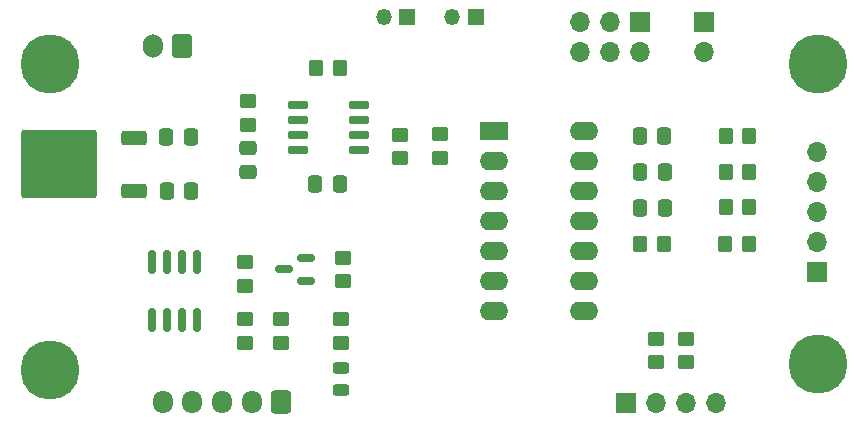
<source format=gbr>
%TF.GenerationSoftware,KiCad,Pcbnew,8.0.1*%
%TF.CreationDate,2024-10-12T16:06:53+02:00*%
%TF.ProjectId,SMD-Loetstation,534d442d-4c6f-4657-9473-746174696f6e,rev?*%
%TF.SameCoordinates,Original*%
%TF.FileFunction,Soldermask,Top*%
%TF.FilePolarity,Negative*%
%FSLAX46Y46*%
G04 Gerber Fmt 4.6, Leading zero omitted, Abs format (unit mm)*
G04 Created by KiCad (PCBNEW 8.0.1) date 2024-10-12 16:06:53*
%MOMM*%
%LPD*%
G01*
G04 APERTURE LIST*
G04 Aperture macros list*
%AMRoundRect*
0 Rectangle with rounded corners*
0 $1 Rounding radius*
0 $2 $3 $4 $5 $6 $7 $8 $9 X,Y pos of 4 corners*
0 Add a 4 corners polygon primitive as box body*
4,1,4,$2,$3,$4,$5,$6,$7,$8,$9,$2,$3,0*
0 Add four circle primitives for the rounded corners*
1,1,$1+$1,$2,$3*
1,1,$1+$1,$4,$5*
1,1,$1+$1,$6,$7*
1,1,$1+$1,$8,$9*
0 Add four rect primitives between the rounded corners*
20,1,$1+$1,$2,$3,$4,$5,0*
20,1,$1+$1,$4,$5,$6,$7,0*
20,1,$1+$1,$6,$7,$8,$9,0*
20,1,$1+$1,$8,$9,$2,$3,0*%
G04 Aperture macros list end*
%ADD10RoundRect,0.250000X0.450000X-0.350000X0.450000X0.350000X-0.450000X0.350000X-0.450000X-0.350000X0*%
%ADD11RoundRect,0.250000X0.337500X0.475000X-0.337500X0.475000X-0.337500X-0.475000X0.337500X-0.475000X0*%
%ADD12RoundRect,0.250000X-0.450000X0.350000X-0.450000X-0.350000X0.450000X-0.350000X0.450000X0.350000X0*%
%ADD13RoundRect,0.250000X-0.350000X-0.450000X0.350000X-0.450000X0.350000X0.450000X-0.350000X0.450000X0*%
%ADD14RoundRect,0.250000X-0.337500X-0.475000X0.337500X-0.475000X0.337500X0.475000X-0.337500X0.475000X0*%
%ADD15C,5.000000*%
%ADD16R,1.700000X1.700000*%
%ADD17O,1.700000X1.700000*%
%ADD18RoundRect,0.150000X0.587500X0.150000X-0.587500X0.150000X-0.587500X-0.150000X0.587500X-0.150000X0*%
%ADD19R,1.350000X1.350000*%
%ADD20O,1.350000X1.350000*%
%ADD21RoundRect,0.250000X0.850000X0.350000X-0.850000X0.350000X-0.850000X-0.350000X0.850000X-0.350000X0*%
%ADD22RoundRect,0.249997X2.950003X2.650003X-2.950003X2.650003X-2.950003X-2.650003X2.950003X-2.650003X0*%
%ADD23RoundRect,0.150000X0.150000X-0.825000X0.150000X0.825000X-0.150000X0.825000X-0.150000X-0.825000X0*%
%ADD24RoundRect,0.250000X0.600000X0.750000X-0.600000X0.750000X-0.600000X-0.750000X0.600000X-0.750000X0*%
%ADD25O,1.700000X2.000000*%
%ADD26R,2.400000X1.600000*%
%ADD27O,2.400000X1.600000*%
%ADD28RoundRect,0.250000X-0.475000X0.337500X-0.475000X-0.337500X0.475000X-0.337500X0.475000X0.337500X0*%
%ADD29RoundRect,0.150000X-0.725000X-0.150000X0.725000X-0.150000X0.725000X0.150000X-0.725000X0.150000X0*%
%ADD30RoundRect,0.250000X0.350000X0.450000X-0.350000X0.450000X-0.350000X-0.450000X0.350000X-0.450000X0*%
%ADD31RoundRect,0.243750X0.456250X-0.243750X0.456250X0.243750X-0.456250X0.243750X-0.456250X-0.243750X0*%
%ADD32RoundRect,0.250000X0.600000X0.725000X-0.600000X0.725000X-0.600000X-0.725000X0.600000X-0.725000X0*%
%ADD33O,1.700000X1.950000*%
G04 APERTURE END LIST*
D10*
%TO.C,R12*%
X137668000Y-86709000D03*
X137668000Y-84709000D03*
%TD*%
D11*
%TO.C,C3*%
X129159000Y-88911000D03*
X127084000Y-88911000D03*
%TD*%
D12*
%TO.C,R3*%
X124206000Y-100327000D03*
X124206000Y-102327000D03*
%TD*%
D13*
%TO.C,R10*%
X161830000Y-87858600D03*
X163830000Y-87858600D03*
%TD*%
D14*
%TO.C,C5*%
X154602000Y-90894000D03*
X156677000Y-90894000D03*
%TD*%
D15*
%TO.C,H1*%
X104648000Y-78740000D03*
%TD*%
D12*
%TO.C,R18*%
X134239000Y-84720000D03*
X134239000Y-86720000D03*
%TD*%
D16*
%TO.C,J2*%
X153416000Y-107416600D03*
D17*
X155956000Y-107416600D03*
X158496000Y-107416600D03*
X161036000Y-107416600D03*
%TD*%
D12*
%TO.C,R4*%
X121158000Y-95536000D03*
X121158000Y-97536000D03*
%TD*%
D10*
%TO.C,R5*%
X129413000Y-97136000D03*
X129413000Y-95136000D03*
%TD*%
D18*
%TO.C,Q2*%
X126335000Y-97086000D03*
X126335000Y-95186000D03*
X124460000Y-96136000D03*
%TD*%
D12*
%TO.C,R19*%
X121158000Y-100359000D03*
X121158000Y-102359000D03*
%TD*%
D16*
%TO.C,J8*%
X160020000Y-75184000D03*
D17*
X160020000Y-77724000D03*
%TD*%
D19*
%TO.C,J4*%
X140684000Y-74803000D03*
D20*
X138684000Y-74803000D03*
%TD*%
D15*
%TO.C,H3*%
X104648000Y-104648000D03*
%TD*%
D16*
%TO.C,J7*%
X154559000Y-75184000D03*
D17*
X154559000Y-77724000D03*
X152019000Y-75184000D03*
X152019000Y-77724000D03*
X149479000Y-75184000D03*
X149479000Y-77724000D03*
%TD*%
D21*
%TO.C,U1*%
X111727000Y-89528000D03*
D22*
X105427000Y-87248000D03*
D21*
X111727000Y-84968000D03*
%TD*%
D23*
%TO.C,Q1*%
X113284000Y-100454000D03*
X114554000Y-100454000D03*
X115824000Y-100454000D03*
X117094000Y-100454000D03*
X117094000Y-95504000D03*
X115824000Y-95504000D03*
X114554000Y-95504000D03*
X113284000Y-95504000D03*
%TD*%
D24*
%TO.C,J1*%
X115824000Y-77216000D03*
D25*
X113324000Y-77216000D03*
%TD*%
D26*
%TO.C,U3*%
X142240000Y-84455000D03*
D27*
X142240000Y-86995000D03*
X142240000Y-89535000D03*
X142240000Y-92075000D03*
X142240000Y-94615000D03*
X142240000Y-97155000D03*
X142240000Y-99695000D03*
X149860000Y-99695000D03*
X149860000Y-97155000D03*
X149860000Y-94615000D03*
X149860000Y-92075000D03*
X149860000Y-89535000D03*
X149860000Y-86995000D03*
X149860000Y-84455000D03*
%TD*%
D28*
%TO.C,C1*%
X121412000Y-85820000D03*
X121412000Y-87895000D03*
%TD*%
D29*
%TO.C,U2*%
X125660000Y-82180000D03*
X125660000Y-83450000D03*
X125660000Y-84720000D03*
X125660000Y-85990000D03*
X130810000Y-85990000D03*
X130810000Y-84720000D03*
X130810000Y-83450000D03*
X130810000Y-82180000D03*
%TD*%
D15*
%TO.C,H2*%
X169672000Y-104140000D03*
%TD*%
D11*
%TO.C,C4*%
X156677000Y-87884000D03*
X154602000Y-87884000D03*
%TD*%
D30*
%TO.C,R8*%
X163830000Y-90855800D03*
X161830000Y-90855800D03*
%TD*%
%TO.C,R9*%
X163798000Y-93954600D03*
X161798000Y-93954600D03*
%TD*%
D10*
%TO.C,R14*%
X129286000Y-102346000D03*
X129286000Y-100346000D03*
%TD*%
%TO.C,R7*%
X155956000Y-104013000D03*
X155956000Y-102013000D03*
%TD*%
D14*
%TO.C,C7*%
X114468000Y-84963000D03*
X116543000Y-84963000D03*
%TD*%
D13*
%TO.C,R2*%
X127143000Y-79121000D03*
X129143000Y-79121000D03*
%TD*%
D10*
%TO.C,R1*%
X121412000Y-83915000D03*
X121412000Y-81915000D03*
%TD*%
D31*
%TO.C,D1*%
X129286000Y-106347500D03*
X129286000Y-104472500D03*
%TD*%
D30*
%TO.C,R11*%
X163823400Y-84810600D03*
X161823400Y-84810600D03*
%TD*%
D14*
%TO.C,C6*%
X114511000Y-89535000D03*
X116586000Y-89535000D03*
%TD*%
D19*
%TO.C,J3*%
X134874000Y-74803000D03*
D20*
X132874000Y-74803000D03*
%TD*%
D16*
%TO.C,J5*%
X169545000Y-96393000D03*
D17*
X169545000Y-93853000D03*
X169545000Y-91313000D03*
X169545000Y-88773000D03*
X169545000Y-86233000D03*
%TD*%
D10*
%TO.C,R6*%
X158496000Y-104013000D03*
X158496000Y-102013000D03*
%TD*%
D15*
%TO.C,H4*%
X169672000Y-78740000D03*
%TD*%
D13*
%TO.C,R13*%
X154618000Y-93980000D03*
X156618000Y-93980000D03*
%TD*%
D32*
%TO.C,J6*%
X124191400Y-107391200D03*
D33*
X121691400Y-107391200D03*
X119191400Y-107391200D03*
X116691400Y-107391200D03*
X114191400Y-107391200D03*
%TD*%
D11*
%TO.C,C2*%
X156634000Y-84836000D03*
X154559000Y-84836000D03*
%TD*%
M02*

</source>
